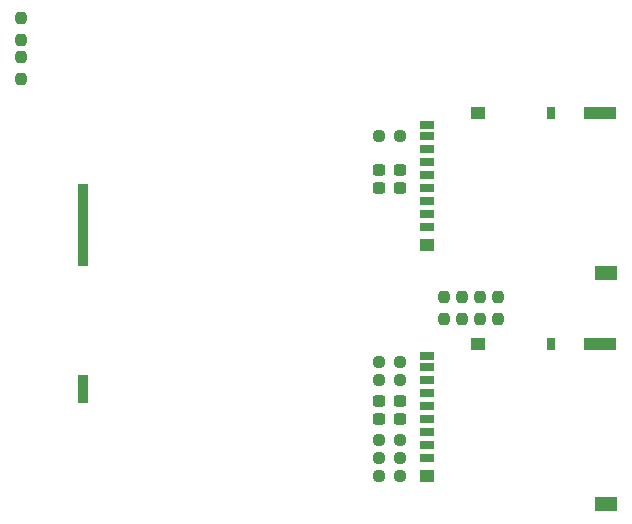
<source format=gbp>
G04 #@! TF.GenerationSoftware,KiCad,Pcbnew,(6.0.9)*
G04 #@! TF.CreationDate,2023-04-01T11:17:41+09:00*
G04 #@! TF.ProjectId,MainBoard,4d61696e-426f-4617-9264-2e6b69636164,rev?*
G04 #@! TF.SameCoordinates,Original*
G04 #@! TF.FileFunction,Paste,Bot*
G04 #@! TF.FilePolarity,Positive*
%FSLAX46Y46*%
G04 Gerber Fmt 4.6, Leading zero omitted, Abs format (unit mm)*
G04 Created by KiCad (PCBNEW (6.0.9)) date 2023-04-01 11:17:41*
%MOMM*%
%LPD*%
G01*
G04 APERTURE LIST*
G04 Aperture macros list*
%AMRoundRect*
0 Rectangle with rounded corners*
0 $1 Rounding radius*
0 $2 $3 $4 $5 $6 $7 $8 $9 X,Y pos of 4 corners*
0 Add a 4 corners polygon primitive as box body*
4,1,4,$2,$3,$4,$5,$6,$7,$8,$9,$2,$3,0*
0 Add four circle primitives for the rounded corners*
1,1,$1+$1,$2,$3*
1,1,$1+$1,$4,$5*
1,1,$1+$1,$6,$7*
1,1,$1+$1,$8,$9*
0 Add four rect primitives between the rounded corners*
20,1,$1+$1,$2,$3,$4,$5,0*
20,1,$1+$1,$4,$5,$6,$7,0*
20,1,$1+$1,$6,$7,$8,$9,0*
20,1,$1+$1,$8,$9,$2,$3,0*%
G04 Aperture macros list end*
%ADD10RoundRect,0.237500X0.250000X0.237500X-0.250000X0.237500X-0.250000X-0.237500X0.250000X-0.237500X0*%
%ADD11RoundRect,0.237500X0.300000X0.237500X-0.300000X0.237500X-0.300000X-0.237500X0.300000X-0.237500X0*%
%ADD12R,0.950000X7.000000*%
%ADD13R,0.950000X2.350000*%
%ADD14R,1.200000X0.700000*%
%ADD15R,0.800000X1.000000*%
%ADD16R,1.200000X1.000000*%
%ADD17R,1.900000X1.300000*%
%ADD18R,2.800000X1.000000*%
%ADD19RoundRect,0.237500X-0.237500X0.250000X-0.237500X-0.250000X0.237500X-0.250000X0.237500X0.250000X0*%
%ADD20RoundRect,0.237500X0.237500X-0.250000X0.237500X0.250000X-0.237500X0.250000X-0.237500X-0.250000X0*%
G04 APERTURE END LIST*
D10*
X146454500Y-100584000D03*
X144629500Y-100584000D03*
D11*
X146404500Y-105410000D03*
X144679500Y-105410000D03*
D12*
X119543000Y-88988000D03*
D13*
X119543000Y-102888000D03*
D14*
X148739000Y-108693000D03*
X148739000Y-107593000D03*
X148739000Y-106493000D03*
X148739000Y-105393000D03*
X148739000Y-104293000D03*
X148739000Y-103193000D03*
X148739000Y-102093000D03*
X148739000Y-100993000D03*
X148739000Y-100043000D03*
D15*
X159239000Y-99093000D03*
D16*
X153039000Y-99093000D03*
X148739000Y-110243000D03*
D17*
X163839000Y-112593000D03*
D18*
X163389000Y-99093000D03*
D19*
X150114000Y-95099500D03*
X150114000Y-96924500D03*
X114300000Y-71477500D03*
X114300000Y-73302500D03*
D11*
X146404500Y-84328000D03*
X144679500Y-84328000D03*
D19*
X151638000Y-95099500D03*
X151638000Y-96924500D03*
D11*
X146404500Y-103886000D03*
X144679500Y-103886000D03*
D10*
X146454500Y-110236000D03*
X144629500Y-110236000D03*
D20*
X114300000Y-76604500D03*
X114300000Y-74779500D03*
D14*
X148739000Y-89135000D03*
X148739000Y-88035000D03*
X148739000Y-86935000D03*
X148739000Y-85835000D03*
X148739000Y-84735000D03*
X148739000Y-83635000D03*
X148739000Y-82535000D03*
X148739000Y-81435000D03*
X148739000Y-80485000D03*
D15*
X159239000Y-79535000D03*
D16*
X153039000Y-79535000D03*
D17*
X163839000Y-93035000D03*
D16*
X148739000Y-90685000D03*
D18*
X163389000Y-79535000D03*
D10*
X146454500Y-81407000D03*
X144629500Y-81407000D03*
D19*
X153162000Y-95099500D03*
X153162000Y-96924500D03*
X154686000Y-95099500D03*
X154686000Y-96924500D03*
D10*
X146454500Y-102108000D03*
X144629500Y-102108000D03*
D11*
X146404500Y-85852000D03*
X144679500Y-85852000D03*
D10*
X146454500Y-108712000D03*
X144629500Y-108712000D03*
X146454500Y-107188000D03*
X144629500Y-107188000D03*
M02*

</source>
